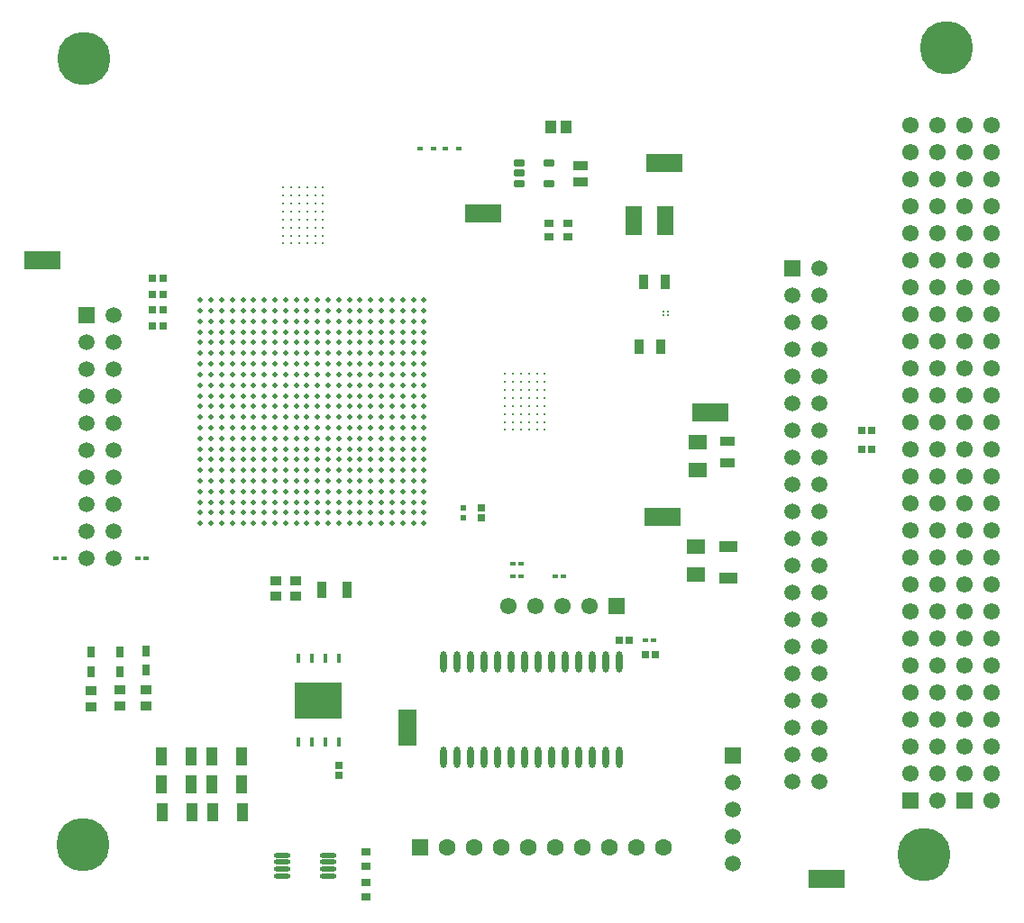
<source format=gbr>
%TF.GenerationSoftware,Altium Limited,Altium Designer,21.5.1 (32)*%
G04 Layer_Color=255*
%FSLAX45Y45*%
%MOMM*%
%TF.SameCoordinates,BAA3C551-5021-4B2B-824C-9EA50FFAFE59*%
%TF.FilePolarity,Positive*%
%TF.FileFunction,Pads,Top*%
%TF.Part,Single*%
G01*
G75*
%TA.AperFunction,SMDPad,CuDef*%
%ADD11R,0.70000X0.65000*%
%ADD12O,0.60000X2.00000*%
%TA.AperFunction,BGAPad,CuDef*%
%ADD13C,0.50000*%
%TA.AperFunction,SMDPad,CuDef*%
%ADD14C,0.23000*%
%ADD15R,0.95000X1.45000*%
%ADD16R,3.43000X1.78000*%
%ADD17R,4.40000X3.50000*%
%ADD18R,0.45000X0.95000*%
%ADD19O,1.60000X0.45000*%
%ADD20R,0.50000X0.45000*%
%ADD21R,1.10000X1.75000*%
%ADD22R,1.10000X0.90000*%
%ADD23R,0.95000X1.55000*%
%ADD24R,0.72000X0.76000*%
%ADD25R,0.95000X0.80000*%
%ADD26R,0.76000X0.72000*%
%ADD27R,1.60000X2.80000*%
%ADD28R,1.78000X3.43000*%
G04:AMPARAMS|DCode=29|XSize=0.6mm|YSize=1mm|CornerRadius=0.051mm|HoleSize=0mm|Usage=FLASHONLY|Rotation=90.000|XOffset=0mm|YOffset=0mm|HoleType=Round|Shape=RoundedRectangle|*
%AMROUNDEDRECTD29*
21,1,0.60000,0.89800,0,0,90.0*
21,1,0.49800,1.00000,0,0,90.0*
1,1,0.10200,0.44900,0.24900*
1,1,0.10200,0.44900,-0.24900*
1,1,0.10200,-0.44900,-0.24900*
1,1,0.10200,-0.44900,0.24900*
%
%ADD29ROUNDEDRECTD29*%
%ADD30R,1.00606X1.30822*%
%ADD31R,1.35000X0.95000*%
%ADD32R,1.75000X1.00000*%
%ADD33R,1.45000X0.95000*%
%ADD34R,1.70000X1.35000*%
%ADD35R,0.48000X0.40000*%
%TA.AperFunction,BGAPad,CuDef*%
%ADD36C,0.33000*%
%ADD37C,0.29000*%
%TA.AperFunction,SMDPad,CuDef*%
%ADD38R,0.50000X0.50000*%
%ADD39R,1.00000X0.85000*%
%ADD40R,0.70000X1.00000*%
%TA.AperFunction,ComponentPad*%
%ADD42C,1.60000*%
%ADD43R,1.60000X1.60000*%
%ADD44R,1.55000X1.55000*%
%ADD45C,1.55000*%
%ADD46C,1.50000*%
%ADD47R,1.50000X1.50000*%
%ADD48R,1.55000X1.55000*%
%ADD49C,5.00000*%
D11*
X8488355Y5345897D02*
D03*
X8393359Y5345897D02*
D03*
D12*
X7372111Y4238346D02*
D03*
X6737111Y4238346D02*
D03*
X6864111Y4238346D02*
D03*
X6991111Y4238346D02*
D03*
X7118111Y4238346D02*
D03*
X7245111Y4238346D02*
D03*
X7499111Y4238346D02*
D03*
X7626111Y4238346D02*
D03*
X7753111Y4238346D02*
D03*
X7880111Y4238346D02*
D03*
X8007111Y4238346D02*
D03*
X8134111Y4238346D02*
D03*
X8261111Y4238346D02*
D03*
X8388111Y4238346D02*
D03*
X6737111Y5138349D02*
D03*
X6864111Y5138349D02*
D03*
X6991111Y5138349D02*
D03*
X7118111Y5138349D02*
D03*
X7245111Y5138349D02*
D03*
X7372111Y5138349D02*
D03*
X7499111Y5138349D02*
D03*
X7626111Y5138349D02*
D03*
X7753111Y5138349D02*
D03*
X7880111Y5138349D02*
D03*
X8007111Y5138349D02*
D03*
X8134111Y5138349D02*
D03*
X8261111Y5138349D02*
D03*
X8388111Y5138349D02*
D03*
D13*
X6556995Y6440602D02*
D03*
X5856996Y8340598D02*
D03*
X6356995Y7740599D02*
D03*
X6356995Y7840599D02*
D03*
X5656997Y7740599D02*
D03*
X5556997Y7740599D02*
D03*
X5456997Y7740599D02*
D03*
X6356995Y7240600D02*
D03*
X5756996Y7440600D02*
D03*
X6356995Y7140600D02*
D03*
X5856996Y6640601D02*
D03*
X5756996Y7640599D02*
D03*
X5756996Y7540600D02*
D03*
X5756996Y7340600D02*
D03*
X5656997Y7240600D02*
D03*
X5556997Y7240600D02*
D03*
X5456997Y7240600D02*
D03*
X5156998Y8340598D02*
D03*
X5356997Y7740599D02*
D03*
X5256997Y7640599D02*
D03*
X5256997Y7540600D02*
D03*
X4656999Y7840599D02*
D03*
X4656999Y7740599D02*
D03*
X5256997Y7440600D02*
D03*
X5356997Y7240600D02*
D03*
X5256997Y7340600D02*
D03*
X5156998Y6640601D02*
D03*
X4656999Y7240600D02*
D03*
X4656999Y7140600D02*
D03*
X6556995Y8340598D02*
D03*
X6456995Y8440598D02*
D03*
X6356995Y8540603D02*
D03*
X5956996Y8040599D02*
D03*
X6056996Y8040599D02*
D03*
X5856996Y7840599D02*
D03*
X6056996Y7840599D02*
D03*
X5856996Y7740599D02*
D03*
X5856996Y7640599D02*
D03*
X4656999Y8540603D02*
D03*
X4556999Y8440598D02*
D03*
X4956998Y8040599D02*
D03*
X4456999Y8340598D02*
D03*
X5656997Y7840599D02*
D03*
X5756996Y7840599D02*
D03*
X5256997Y7840599D02*
D03*
X5356997Y7840599D02*
D03*
X5156998Y7840599D02*
D03*
X5156998Y7740599D02*
D03*
X5156998Y7640599D02*
D03*
X6056996Y6940601D02*
D03*
X5856996Y7340600D02*
D03*
X5856996Y7240600D02*
D03*
X5856996Y7140600D02*
D03*
X5756996Y7140600D02*
D03*
X6556995Y6640601D02*
D03*
X6456995Y6540602D02*
D03*
X6356995Y6440602D02*
D03*
X5256997Y7140600D02*
D03*
X5356997Y7140600D02*
D03*
X5156998Y7240600D02*
D03*
X5156998Y7140600D02*
D03*
X5656997Y7140600D02*
D03*
X5156998Y7340600D02*
D03*
X4956998Y6940601D02*
D03*
X4556999Y6540602D02*
D03*
X4656999Y6440602D02*
D03*
X4456999Y6640601D02*
D03*
X4456999Y6440602D02*
D03*
X4456999Y6540602D02*
D03*
X4456999Y6740601D02*
D03*
X4456999Y6840601D02*
D03*
X4456999Y6940601D02*
D03*
X4456999Y7040601D02*
D03*
X4456999Y7140600D02*
D03*
X4456999Y7240600D02*
D03*
X4456999Y7340600D02*
D03*
X4456999Y7440600D02*
D03*
X4456999Y7540600D02*
D03*
X4456999Y7640599D02*
D03*
X4456999Y7740599D02*
D03*
X4456999Y7840599D02*
D03*
X4456999Y7940599D02*
D03*
X4456999Y8040599D02*
D03*
X4456999Y8140598D02*
D03*
X4456999Y8240598D02*
D03*
X4456999Y8440598D02*
D03*
X4456999Y8540603D02*
D03*
X4556999Y6440602D02*
D03*
X4556999Y6640601D02*
D03*
X4556999Y6740601D02*
D03*
X4556999Y6840601D02*
D03*
X4556999Y6940601D02*
D03*
X4556999Y7040601D02*
D03*
X4556999Y7140600D02*
D03*
X4556999Y7240600D02*
D03*
X4556999Y7340600D02*
D03*
X4556999Y7440600D02*
D03*
X4556999Y7540600D02*
D03*
X4556999Y7640599D02*
D03*
X4556999Y7740599D02*
D03*
X4556999Y7840599D02*
D03*
X4556999Y7940599D02*
D03*
X4556999Y8040599D02*
D03*
X4556999Y8140598D02*
D03*
X4556999Y8240598D02*
D03*
X4556999Y8340598D02*
D03*
X4556999Y8540603D02*
D03*
X4656999Y6540602D02*
D03*
X4656999Y6640601D02*
D03*
X4656999Y6740601D02*
D03*
X4656999Y6840601D02*
D03*
X4656999Y6940601D02*
D03*
X4656999Y7040601D02*
D03*
X4656999Y7340600D02*
D03*
X4656999Y7440600D02*
D03*
X4656999Y7540600D02*
D03*
X4656999Y7640599D02*
D03*
X4656999Y7940599D02*
D03*
X4656999Y8040599D02*
D03*
X4656999Y8140598D02*
D03*
X4656999Y8240598D02*
D03*
X4656999Y8340598D02*
D03*
X4656999Y8440598D02*
D03*
X4756998Y6440602D02*
D03*
X4756998Y6540602D02*
D03*
X4756998Y6640601D02*
D03*
X4756998Y6740601D02*
D03*
X4756998Y6840601D02*
D03*
X4756998Y6940601D02*
D03*
X4756998Y7040601D02*
D03*
X4756998Y7140600D02*
D03*
X4756998Y7240600D02*
D03*
X4756998Y7340600D02*
D03*
X4756998Y7440600D02*
D03*
X4756998Y7540600D02*
D03*
X4756998Y7640599D02*
D03*
X4756998Y7740599D02*
D03*
X4756998Y7840599D02*
D03*
X4756998Y7940599D02*
D03*
X4756998Y8040599D02*
D03*
X4756998Y8140598D02*
D03*
X4756998Y8240598D02*
D03*
X4756998Y8340598D02*
D03*
X4756998Y8440598D02*
D03*
X4756998Y8540603D02*
D03*
X4856998Y6440602D02*
D03*
X4856998Y6540602D02*
D03*
X4856998Y6640601D02*
D03*
X4856998Y6740601D02*
D03*
X4856998Y6840601D02*
D03*
X4856998Y6940601D02*
D03*
X4856998Y7040601D02*
D03*
X4856998Y7140600D02*
D03*
X4856998Y7240600D02*
D03*
X4856998Y7340600D02*
D03*
X4856998Y7440600D02*
D03*
X4856998Y7540600D02*
D03*
X4856998Y7640599D02*
D03*
X4856998Y7740599D02*
D03*
X4856998Y7840599D02*
D03*
X4856998Y7940599D02*
D03*
X4856998Y8040599D02*
D03*
X4856998Y8140598D02*
D03*
X4856998Y8240598D02*
D03*
X4856998Y8340598D02*
D03*
X4856998Y8440598D02*
D03*
X4856998Y8540603D02*
D03*
X4956998Y6440602D02*
D03*
X4956998Y6540602D02*
D03*
X4956998Y6640601D02*
D03*
X4956998Y6740601D02*
D03*
X4956998Y6840601D02*
D03*
X4956998Y7040601D02*
D03*
X4956998Y7140600D02*
D03*
X4956998Y7240600D02*
D03*
X4956998Y7340600D02*
D03*
X4956998Y7440600D02*
D03*
X4956998Y7540600D02*
D03*
X4956998Y7640599D02*
D03*
X4956998Y7740599D02*
D03*
X4956998Y7840599D02*
D03*
X4956998Y7940599D02*
D03*
X4956998Y8140598D02*
D03*
X4956998Y8240598D02*
D03*
X4956998Y8340598D02*
D03*
X4956998Y8440598D02*
D03*
X4956998Y8540603D02*
D03*
X5056998Y6440602D02*
D03*
X5056998Y6540602D02*
D03*
X5056998Y6640601D02*
D03*
X5056998Y6740601D02*
D03*
X5056998Y6840601D02*
D03*
X5056998Y6940601D02*
D03*
X5056998Y7040601D02*
D03*
X5056998Y7140600D02*
D03*
X5056998Y7240600D02*
D03*
X5056998Y7340600D02*
D03*
X5056998Y7440600D02*
D03*
X5056998Y7540600D02*
D03*
X5056998Y7640599D02*
D03*
X5056998Y7740599D02*
D03*
X5056998Y7840599D02*
D03*
X5056998Y7940599D02*
D03*
X5056998Y8040599D02*
D03*
X5056998Y8140598D02*
D03*
X5056998Y8240598D02*
D03*
X5056998Y8340598D02*
D03*
X5056998Y8440598D02*
D03*
X5056998Y8540603D02*
D03*
X5156998Y6440602D02*
D03*
X5156998Y6540602D02*
D03*
X5156998Y6740601D02*
D03*
X5156998Y6840601D02*
D03*
X5156998Y6940601D02*
D03*
X5156998Y7040601D02*
D03*
X5156998Y7440600D02*
D03*
X5156998Y7540600D02*
D03*
X5156998Y7940599D02*
D03*
X5156998Y8040599D02*
D03*
X5156998Y8140598D02*
D03*
X5156998Y8240598D02*
D03*
X5156998Y8440598D02*
D03*
X5156998Y8540603D02*
D03*
X5256997Y6440602D02*
D03*
X5256997Y6540602D02*
D03*
X5256997Y6640601D02*
D03*
X5256997Y6740601D02*
D03*
X5256997Y6840601D02*
D03*
X5256997Y6940601D02*
D03*
X5256997Y7040601D02*
D03*
X5256997Y7240600D02*
D03*
X5256997Y7740599D02*
D03*
X5256997Y7940599D02*
D03*
X5256997Y8040599D02*
D03*
X5256997Y8140598D02*
D03*
X5256997Y8240598D02*
D03*
X5256997Y8340598D02*
D03*
X5256997Y8440598D02*
D03*
X5256997Y8540603D02*
D03*
X5356997Y6440602D02*
D03*
X5356997Y6540602D02*
D03*
X5356997Y6640601D02*
D03*
X5356997Y6740601D02*
D03*
X5356997Y6840601D02*
D03*
X5356997Y6940601D02*
D03*
X5356997Y7040601D02*
D03*
X5356997Y7340600D02*
D03*
X5356997Y7440600D02*
D03*
X5356997Y7540600D02*
D03*
X5356997Y7640599D02*
D03*
X5356997Y7940599D02*
D03*
X5356997Y8040599D02*
D03*
X5356997Y8140598D02*
D03*
X5356997Y8240598D02*
D03*
X5356997Y8340598D02*
D03*
X5356997Y8440598D02*
D03*
X5356997Y8540603D02*
D03*
X5456997Y6440602D02*
D03*
X5456997Y6540602D02*
D03*
X5456997Y6640601D02*
D03*
X5456997Y6740601D02*
D03*
X5456997Y6840601D02*
D03*
X5456997Y6940601D02*
D03*
X5456997Y7040601D02*
D03*
X5456997Y7140600D02*
D03*
X5456997Y7340600D02*
D03*
X5456997Y7440600D02*
D03*
X5456997Y7540600D02*
D03*
X5456997Y7640599D02*
D03*
X5456997Y7840599D02*
D03*
X5456997Y7940599D02*
D03*
X5456997Y8040599D02*
D03*
X5456997Y8140598D02*
D03*
X5456997Y8240598D02*
D03*
X5456997Y8340598D02*
D03*
X5456997Y8440598D02*
D03*
X5456997Y8540603D02*
D03*
X5556997Y6440602D02*
D03*
X5556997Y6540602D02*
D03*
X5556997Y6640601D02*
D03*
X5556997Y6740601D02*
D03*
X5556997Y6840601D02*
D03*
X5556997Y6940601D02*
D03*
X5556997Y7040601D02*
D03*
X5556997Y7140600D02*
D03*
X5556997Y7340600D02*
D03*
X5556997Y7440600D02*
D03*
X5556997Y7540600D02*
D03*
X5556997Y7640599D02*
D03*
X5556997Y7840599D02*
D03*
X5556997Y7940599D02*
D03*
X5556997Y8040599D02*
D03*
X5556997Y8140598D02*
D03*
X5556997Y8240598D02*
D03*
X5556997Y8340598D02*
D03*
X5556997Y8440598D02*
D03*
X5556997Y8540603D02*
D03*
X5656997Y6440602D02*
D03*
X5656997Y6540602D02*
D03*
X5656997Y6640601D02*
D03*
X5656997Y6740601D02*
D03*
X5656997Y6840601D02*
D03*
X5656997Y6940601D02*
D03*
X5656997Y7040601D02*
D03*
X5656997Y7340600D02*
D03*
X5656997Y7440600D02*
D03*
X5656997Y7540600D02*
D03*
X5656997Y7640599D02*
D03*
X5656997Y7940599D02*
D03*
X5656997Y8040599D02*
D03*
X5656997Y8140598D02*
D03*
X5656997Y8240598D02*
D03*
X5656997Y8340598D02*
D03*
X5656997Y8440598D02*
D03*
X5656997Y8540603D02*
D03*
X5756996Y6440602D02*
D03*
X5756996Y6540602D02*
D03*
X5756996Y6640601D02*
D03*
X5756996Y6740601D02*
D03*
X5756996Y6840601D02*
D03*
X5756996Y6940601D02*
D03*
X5756996Y7040601D02*
D03*
X5756996Y7240600D02*
D03*
X5756996Y7740599D02*
D03*
X5756996Y7940599D02*
D03*
X5756996Y8040599D02*
D03*
X5756996Y8140598D02*
D03*
X5756996Y8240598D02*
D03*
X5756996Y8340598D02*
D03*
X5756996Y8440598D02*
D03*
X5756996Y8540603D02*
D03*
X5856996Y6440602D02*
D03*
X5856996Y6540602D02*
D03*
X5856996Y6740601D02*
D03*
X5856996Y6840601D02*
D03*
X5856996Y6940601D02*
D03*
X5856996Y7040601D02*
D03*
X5856996Y7440600D02*
D03*
X5856996Y7540600D02*
D03*
X5856996Y7940599D02*
D03*
X5856996Y8040599D02*
D03*
X5856996Y8140598D02*
D03*
X5856996Y8240598D02*
D03*
X5856996Y8440598D02*
D03*
X5856996Y8540603D02*
D03*
X5956996Y6440602D02*
D03*
X5956996Y6540602D02*
D03*
X5956996Y6640601D02*
D03*
X5956996Y6740601D02*
D03*
X5956996Y6840601D02*
D03*
X5956996Y6940601D02*
D03*
X5956996Y7040601D02*
D03*
X5956996Y7140600D02*
D03*
X5956996Y7240600D02*
D03*
X5956996Y7340600D02*
D03*
X5956996Y7440600D02*
D03*
X5956996Y7540600D02*
D03*
X5956996Y7640599D02*
D03*
X5956996Y7740599D02*
D03*
X5956996Y7840599D02*
D03*
X5956996Y7940599D02*
D03*
X5956996Y8140598D02*
D03*
X5956996Y8240598D02*
D03*
X5956996Y8340598D02*
D03*
X5956996Y8440598D02*
D03*
X5956996Y8540603D02*
D03*
X6056996Y6440602D02*
D03*
X6056996Y6540602D02*
D03*
X6056996Y6640601D02*
D03*
X6056996Y6740601D02*
D03*
X6056996Y6840601D02*
D03*
X6056996Y7040601D02*
D03*
X6056996Y7140600D02*
D03*
X6056996Y7240600D02*
D03*
X6056996Y7340600D02*
D03*
X6056996Y7440600D02*
D03*
X6056996Y7540600D02*
D03*
X6056996Y7640599D02*
D03*
X6056996Y7740599D02*
D03*
X6056996Y7940599D02*
D03*
X6056996Y8140598D02*
D03*
X6056996Y8240598D02*
D03*
X6056996Y8340598D02*
D03*
X6056996Y8440598D02*
D03*
X6056996Y8540603D02*
D03*
X6156996Y6440602D02*
D03*
X6156996Y6540602D02*
D03*
X6156996Y6640601D02*
D03*
X6156996Y6740601D02*
D03*
X6156996Y6840601D02*
D03*
X6156996Y6940601D02*
D03*
X6156996Y7040601D02*
D03*
X6156996Y7140600D02*
D03*
X6156996Y7240600D02*
D03*
X6156996Y7340600D02*
D03*
X6156996Y7440600D02*
D03*
X6156996Y7540600D02*
D03*
X6156996Y7640599D02*
D03*
X6156996Y7740599D02*
D03*
X6156996Y7840599D02*
D03*
X6156996Y7940599D02*
D03*
X6156996Y8040599D02*
D03*
X6156996Y8140598D02*
D03*
X6156996Y8240598D02*
D03*
X6156996Y8340598D02*
D03*
X6156996Y8440598D02*
D03*
X6156996Y8540603D02*
D03*
X6256995Y6440602D02*
D03*
X6256995Y6540602D02*
D03*
X6256995Y6640601D02*
D03*
X6256995Y6740601D02*
D03*
X6256995Y6840601D02*
D03*
X6256995Y6940601D02*
D03*
X6256995Y7040601D02*
D03*
X6256995Y7140600D02*
D03*
X6256995Y7240600D02*
D03*
X6256995Y7340600D02*
D03*
X6256995Y7440600D02*
D03*
X6256995Y7540600D02*
D03*
X6256995Y7640599D02*
D03*
X6256995Y7740599D02*
D03*
X6256995Y7840599D02*
D03*
X6256995Y7940599D02*
D03*
X6256995Y8040599D02*
D03*
X6256995Y8140598D02*
D03*
X6256995Y8240598D02*
D03*
X6256995Y8340598D02*
D03*
X6256995Y8440598D02*
D03*
X6256995Y8540603D02*
D03*
X6356995Y6540602D02*
D03*
X6356995Y6640601D02*
D03*
X6356995Y6740601D02*
D03*
X6356995Y6840601D02*
D03*
X6356995Y6940601D02*
D03*
X6356995Y7040601D02*
D03*
X6356995Y7340600D02*
D03*
X6356995Y7440600D02*
D03*
X6356995Y7540600D02*
D03*
X6356995Y7640599D02*
D03*
X6356995Y7940599D02*
D03*
X6356995Y8040599D02*
D03*
X6356995Y8140598D02*
D03*
X6356995Y8240598D02*
D03*
X6356995Y8340598D02*
D03*
X6356995Y8440598D02*
D03*
X6456995Y6440602D02*
D03*
X6456995Y6640601D02*
D03*
X6456995Y6740601D02*
D03*
X6456995Y6840601D02*
D03*
X6456995Y6940601D02*
D03*
X6456995Y7040601D02*
D03*
X6456995Y7140600D02*
D03*
X6456995Y7240600D02*
D03*
X6456995Y7340600D02*
D03*
X6456995Y7440600D02*
D03*
X6456995Y7540600D02*
D03*
X6456995Y7640599D02*
D03*
X6456995Y7740599D02*
D03*
X6456995Y7840599D02*
D03*
X6456995Y7940599D02*
D03*
X6456995Y8040599D02*
D03*
X6456995Y8140598D02*
D03*
X6456995Y8240598D02*
D03*
X6456995Y8340598D02*
D03*
X6456995Y8540603D02*
D03*
X6556995Y6540602D02*
D03*
X6556995Y6740601D02*
D03*
X6556995Y6840601D02*
D03*
X6556995Y6940601D02*
D03*
X6556995Y7040601D02*
D03*
X6556995Y7140600D02*
D03*
X6556995Y7240600D02*
D03*
X6556995Y7340600D02*
D03*
X6556995Y7440600D02*
D03*
X6556995Y7540600D02*
D03*
X6556995Y7640599D02*
D03*
X6556995Y7740599D02*
D03*
X6556995Y7840599D02*
D03*
X6556995Y7940599D02*
D03*
X6556995Y8040599D02*
D03*
X6556995Y8140598D02*
D03*
X6556995Y8240598D02*
D03*
X6556995Y8440598D02*
D03*
X6556995Y8540603D02*
D03*
D14*
X8809469Y8394958D02*
D03*
X8809469Y8434958D02*
D03*
X8849469Y8394958D02*
D03*
X8849469Y8434958D02*
D03*
D15*
X8577605Y8102033D02*
D03*
X8777606Y8102033D02*
D03*
X8621064Y8709245D02*
D03*
X8821064Y8709245D02*
D03*
D16*
X2975492Y8915489D02*
D03*
X10334747Y3102031D02*
D03*
X8811603Y9833049D02*
D03*
X7112290Y9352386D02*
D03*
X9249999Y7487498D02*
D03*
X8802011Y6505486D02*
D03*
D17*
X5565750Y4779061D02*
D03*
D18*
X5629250Y4389064D02*
D03*
X5502250Y4389064D02*
D03*
X5375250Y4389064D02*
D03*
X5375250Y5169063D02*
D03*
X5502250Y5169063D02*
D03*
X5629250Y5169063D02*
D03*
X5756250Y5169063D02*
D03*
X5756250Y4389064D02*
D03*
D19*
X5656067Y3127980D02*
D03*
X5656067Y3192978D02*
D03*
X5656067Y3257982D02*
D03*
X5656067Y3322980D02*
D03*
X5226066Y3127980D02*
D03*
X5226066Y3192978D02*
D03*
X5226066Y3322980D02*
D03*
X5226066Y3257982D02*
D03*
D20*
X3175193Y6108700D02*
D03*
X3100192Y6108700D02*
D03*
X7465898Y5941268D02*
D03*
X7390897Y5941268D02*
D03*
X7788692Y5941268D02*
D03*
X7863693Y5941268D02*
D03*
X8711281Y5345897D02*
D03*
X8636279Y5345897D02*
D03*
X7390897Y6059907D02*
D03*
X7465898Y6059907D02*
D03*
X3944386Y6108700D02*
D03*
X3869385Y6108700D02*
D03*
D21*
X4089095Y4248739D02*
D03*
X4369095Y4248739D02*
D03*
X4096878Y3727887D02*
D03*
X4376877Y3727887D02*
D03*
X4849139Y3727887D02*
D03*
X4569140Y3727887D02*
D03*
X4841357Y3988313D02*
D03*
X4561357Y3988313D02*
D03*
X4841357Y4248739D02*
D03*
X4561357Y4248739D02*
D03*
X4369095Y3988313D02*
D03*
X4089095Y3988313D02*
D03*
D22*
X5347802Y5899302D02*
D03*
X5347802Y5759298D02*
D03*
X5167798Y5759298D02*
D03*
X5167798Y5899302D02*
D03*
D23*
X5835000Y5817499D02*
D03*
X5599999Y5817499D02*
D03*
D24*
X5756250Y4070345D02*
D03*
X5756250Y4166342D02*
D03*
X7093443Y6586774D02*
D03*
X7093443Y6490772D02*
D03*
D25*
X6014870Y3351028D02*
D03*
X6014870Y3221031D02*
D03*
X7909031Y9263381D02*
D03*
X7909031Y9133383D02*
D03*
X7728091Y9133388D02*
D03*
X7728091Y9263386D02*
D03*
X6014873Y3060598D02*
D03*
X6014873Y2930601D02*
D03*
D26*
X8638281Y5208351D02*
D03*
X8734283Y5208351D02*
D03*
X4008907Y8596996D02*
D03*
X4008897Y8747420D02*
D03*
X4008902Y8446572D02*
D03*
X4008897Y8296143D02*
D03*
X10761208Y7313900D02*
D03*
X10761208Y7137400D02*
D03*
X10665206Y7313900D02*
D03*
X10665206Y7137400D02*
D03*
X4104899Y8747420D02*
D03*
X4104909Y8596996D02*
D03*
X4104899Y8296143D02*
D03*
X4104904Y8446572D02*
D03*
D27*
X8820261Y9289867D02*
D03*
X8525265Y9289867D02*
D03*
D28*
X6400787Y4520676D02*
D03*
D29*
X7728091Y9639088D02*
D03*
X7453091Y9829090D02*
D03*
X7453091Y9734089D02*
D03*
X7453091Y9639088D02*
D03*
X7728091Y9829090D02*
D03*
D30*
X7894015Y10165650D02*
D03*
X7748799Y10165650D02*
D03*
D31*
X8023984Y9652313D02*
D03*
X8023984Y9802315D02*
D03*
D32*
X9414995Y6223891D02*
D03*
X9414995Y5923887D02*
D03*
D33*
X9407500Y7012498D02*
D03*
X9407500Y7212498D02*
D03*
D34*
X9112498Y5961080D02*
D03*
X9112498Y6221084D02*
D03*
X9127500Y7203100D02*
D03*
X9127500Y6943095D02*
D03*
D35*
X6518732Y9968062D02*
D03*
X6754724Y9968062D02*
D03*
X6886722Y9968062D02*
D03*
X6650731Y9968062D02*
D03*
D36*
X7692598Y7620000D02*
D03*
X7317598Y7544999D02*
D03*
X7692598Y7320001D02*
D03*
X7617602Y7320001D02*
D03*
X7542601Y7320001D02*
D03*
X7467600Y7320001D02*
D03*
X7392599Y7320001D02*
D03*
X7317598Y7320001D02*
D03*
X7692598Y7395002D02*
D03*
X7617602Y7395002D02*
D03*
X7542601Y7395002D02*
D03*
X7467600Y7395002D02*
D03*
X7392599Y7395002D02*
D03*
X7317598Y7395002D02*
D03*
X7692598Y7469998D02*
D03*
X7617602Y7469998D02*
D03*
X7542601Y7469998D02*
D03*
X7467600Y7469998D02*
D03*
X7392599Y7469998D02*
D03*
X7317598Y7469998D02*
D03*
X7692598Y7544999D02*
D03*
X7617602Y7544999D02*
D03*
X7542601Y7544999D02*
D03*
X7467600Y7544999D02*
D03*
X7392599Y7544999D02*
D03*
X7617602Y7620000D02*
D03*
X7542601Y7620000D02*
D03*
X7467600Y7620000D02*
D03*
X7392599Y7620000D02*
D03*
X7317598Y7620000D02*
D03*
X7692598Y7695001D02*
D03*
X7617602Y7695001D02*
D03*
X7542601Y7695001D02*
D03*
X7467600Y7695001D02*
D03*
X7392599Y7695001D02*
D03*
X7317598Y7695001D02*
D03*
X7692598Y7770002D02*
D03*
X7617602Y7770002D02*
D03*
X7542601Y7770002D02*
D03*
X7467600Y7770002D02*
D03*
X7392599Y7770002D02*
D03*
X7317598Y7770002D02*
D03*
X7692598Y7844998D02*
D03*
X7617602Y7844998D02*
D03*
X7542601Y7844998D02*
D03*
X7467600Y7844998D02*
D03*
X7392599Y7844998D02*
D03*
X7317598Y7844998D02*
D03*
D37*
X5609798Y9372600D02*
D03*
X5234798Y9297599D02*
D03*
X5609798Y9072601D02*
D03*
X5534802Y9072601D02*
D03*
X5459801Y9072601D02*
D03*
X5384800Y9072601D02*
D03*
X5309799Y9072601D02*
D03*
X5234798Y9072601D02*
D03*
X5609798Y9147602D02*
D03*
X5534802Y9147602D02*
D03*
X5459801Y9147602D02*
D03*
X5384800Y9147602D02*
D03*
X5309799Y9147602D02*
D03*
X5234798Y9147602D02*
D03*
X5609798Y9222598D02*
D03*
X5534802Y9222598D02*
D03*
X5459801Y9222598D02*
D03*
X5384800Y9222598D02*
D03*
X5309799Y9222598D02*
D03*
X5234798Y9222598D02*
D03*
X5609798Y9297599D02*
D03*
X5534802Y9297599D02*
D03*
X5459801Y9297599D02*
D03*
X5384800Y9297599D02*
D03*
X5309799Y9297599D02*
D03*
X5534802Y9372600D02*
D03*
X5459801Y9372600D02*
D03*
X5384800Y9372600D02*
D03*
X5309799Y9372600D02*
D03*
X5234798Y9372600D02*
D03*
X5609798Y9447601D02*
D03*
X5534802Y9447601D02*
D03*
X5459801Y9447601D02*
D03*
X5384800Y9447601D02*
D03*
X5309799Y9447601D02*
D03*
X5234798Y9447601D02*
D03*
X5609798Y9522602D02*
D03*
X5534802Y9522602D02*
D03*
X5459801Y9522602D02*
D03*
X5384800Y9522602D02*
D03*
X5309799Y9522602D02*
D03*
X5234798Y9522602D02*
D03*
X5609798Y9597598D02*
D03*
X5534802Y9597598D02*
D03*
X5459801Y9597598D02*
D03*
X5384800Y9597598D02*
D03*
X5309799Y9597598D02*
D03*
X5234798Y9597598D02*
D03*
D38*
X6927555Y6590599D02*
D03*
X6927555Y6490599D02*
D03*
D39*
X3700916Y4725412D02*
D03*
X3700916Y4875415D02*
D03*
X3946046Y4724808D02*
D03*
X3946046Y4874810D02*
D03*
X3431280Y4716683D02*
D03*
X3431280Y4866685D02*
D03*
D40*
X3431279Y5048364D02*
D03*
X3431279Y5228369D02*
D03*
X3946045Y5061186D02*
D03*
X3946045Y5241191D02*
D03*
X3700914Y5048334D02*
D03*
X3700914Y5228339D02*
D03*
D42*
X8302371Y3395889D02*
D03*
X8048371Y3395889D02*
D03*
X7540371Y3395889D02*
D03*
X7032371Y3395889D02*
D03*
X6778371Y3395889D02*
D03*
X7286371Y3395889D02*
D03*
X7794371Y3395889D02*
D03*
X8556371Y3395889D02*
D03*
X8810371Y3395889D02*
D03*
D43*
X6524371Y3395889D02*
D03*
D44*
X11633200Y3835400D02*
D03*
X11125200Y3835400D02*
D03*
D45*
X11633200Y4089400D02*
D03*
X11633200Y4343400D02*
D03*
X11633200Y4597400D02*
D03*
X11633200Y4851400D02*
D03*
X11633200Y5105400D02*
D03*
X11633200Y5359400D02*
D03*
X11633200Y5613400D02*
D03*
X11633200Y5867400D02*
D03*
X11633200Y6121400D02*
D03*
X11633200Y6375400D02*
D03*
X11633200Y6629400D02*
D03*
X11633200Y6883400D02*
D03*
X11633200Y7137400D02*
D03*
X11633200Y7391400D02*
D03*
X11633200Y7645400D02*
D03*
X11633200Y7899400D02*
D03*
X11633200Y8153400D02*
D03*
X11633200Y8407400D02*
D03*
X11633200Y8661400D02*
D03*
X11633200Y8915400D02*
D03*
X11633200Y9169400D02*
D03*
X11633200Y9423400D02*
D03*
X11633200Y9677400D02*
D03*
X11633200Y9931400D02*
D03*
X11633200Y10185400D02*
D03*
X11887200Y3835400D02*
D03*
X11887200Y4089400D02*
D03*
X11887200Y4343400D02*
D03*
X11887200Y4597400D02*
D03*
X11887200Y4851400D02*
D03*
X11887200Y5105400D02*
D03*
X11887200Y5359400D02*
D03*
X11887200Y5613400D02*
D03*
X11887200Y5867400D02*
D03*
X11887200Y6121400D02*
D03*
X11887200Y6375400D02*
D03*
X11887200Y6629400D02*
D03*
X11887200Y6883400D02*
D03*
X11887200Y7137400D02*
D03*
X11887200Y7391400D02*
D03*
X11887200Y7645400D02*
D03*
X11887200Y7899400D02*
D03*
X11887200Y8153400D02*
D03*
X11887200Y8407400D02*
D03*
X11887200Y8661400D02*
D03*
X11887200Y8915400D02*
D03*
X11887200Y9169400D02*
D03*
X11887200Y9423400D02*
D03*
X11887200Y9677400D02*
D03*
X11887200Y9931400D02*
D03*
X11887200Y10185400D02*
D03*
X11379200Y10185400D02*
D03*
X11379200Y9931400D02*
D03*
X11379200Y9677400D02*
D03*
X11379200Y9423400D02*
D03*
X11379200Y9169400D02*
D03*
X11379200Y8915400D02*
D03*
X11379200Y8661400D02*
D03*
X11379200Y8407400D02*
D03*
X11379200Y8153400D02*
D03*
X11379200Y7899400D02*
D03*
X11379200Y7645400D02*
D03*
X11379200Y7391400D02*
D03*
X11379200Y6883400D02*
D03*
X11379200Y6629400D02*
D03*
X11379200Y6375400D02*
D03*
X11379200Y6121400D02*
D03*
X11379200Y5867400D02*
D03*
X11379200Y5613400D02*
D03*
X11379200Y5359400D02*
D03*
X11379200Y5105400D02*
D03*
X11379200Y4851400D02*
D03*
X11379200Y4597400D02*
D03*
X11379200Y4343400D02*
D03*
X11379200Y4089400D02*
D03*
X11379200Y3835400D02*
D03*
X11125200Y10185400D02*
D03*
X11125200Y9931400D02*
D03*
X11125200Y9677400D02*
D03*
X11125200Y9423400D02*
D03*
X11125200Y9169400D02*
D03*
X11125200Y8915400D02*
D03*
X11125200Y8661400D02*
D03*
X11125200Y8407400D02*
D03*
X11125200Y8153400D02*
D03*
X11125200Y7899400D02*
D03*
X11125200Y7645400D02*
D03*
X11125200Y7391400D02*
D03*
X11125200Y6883400D02*
D03*
X11125200Y6629400D02*
D03*
X11125200Y6375400D02*
D03*
X11125200Y6121400D02*
D03*
X11125200Y5867400D02*
D03*
X11125200Y5613400D02*
D03*
X11125200Y5359400D02*
D03*
X11125200Y5105400D02*
D03*
X11125200Y4851400D02*
D03*
X11125200Y4597400D02*
D03*
X11125200Y4343400D02*
D03*
X11125200Y4089400D02*
D03*
X11379200Y7137400D02*
D03*
X11125200Y7137400D02*
D03*
X7350902Y5666110D02*
D03*
X7604902Y5666110D02*
D03*
X7858902Y5666110D02*
D03*
X8112902Y5666110D02*
D03*
D46*
X9459628Y4007665D02*
D03*
X9459628Y3245665D02*
D03*
X9459628Y3499665D02*
D03*
X9459628Y3753665D02*
D03*
X10274300Y4013200D02*
D03*
X10020300Y4013200D02*
D03*
X10274300Y4267200D02*
D03*
X10020300Y4267200D02*
D03*
X10274300Y4521200D02*
D03*
X10020300Y4521200D02*
D03*
X10274300Y4775200D02*
D03*
X10020300Y4775200D02*
D03*
X10274300Y5029200D02*
D03*
X10020300Y5029200D02*
D03*
X10274300Y5283200D02*
D03*
X10020300Y5283200D02*
D03*
X10274300Y5537200D02*
D03*
X10020300Y5537200D02*
D03*
X10274300Y5791200D02*
D03*
X10020300Y5791200D02*
D03*
X10274300Y6045200D02*
D03*
X10020300Y6045200D02*
D03*
X10274300Y6299200D02*
D03*
X10020300Y6299200D02*
D03*
X10274300Y6553200D02*
D03*
X10020300Y6553200D02*
D03*
X10274300Y6807200D02*
D03*
X10020300Y6807200D02*
D03*
X10274300Y7061200D02*
D03*
X10020300Y7061200D02*
D03*
X10274300Y7315200D02*
D03*
X10020300Y7315200D02*
D03*
X10274300Y7569200D02*
D03*
X10020300Y7569200D02*
D03*
X10274300Y7823200D02*
D03*
X10020300Y7823200D02*
D03*
X10274300Y8077200D02*
D03*
X10020300Y8077200D02*
D03*
X10274300Y8331200D02*
D03*
X10020300Y8331200D02*
D03*
X10274300Y8585200D02*
D03*
X10020300Y8585200D02*
D03*
X10274300Y8839200D02*
D03*
X3644900Y8394700D02*
D03*
X3390900Y8140700D02*
D03*
X3644900Y8140700D02*
D03*
X3390900Y7886700D02*
D03*
X3644900Y7886700D02*
D03*
X3390900Y7632700D02*
D03*
X3644900Y7632700D02*
D03*
X3390900Y7378700D02*
D03*
X3644900Y7378700D02*
D03*
X3390900Y7124700D02*
D03*
X3644900Y7124700D02*
D03*
X3390900Y6870700D02*
D03*
X3644900Y6870700D02*
D03*
X3390900Y6616700D02*
D03*
X3644900Y6616700D02*
D03*
X3390900Y6362700D02*
D03*
X3644900Y6362700D02*
D03*
X3390900Y6108700D02*
D03*
X3644900Y6108700D02*
D03*
D47*
X9459628Y4261665D02*
D03*
X10020300Y8839200D02*
D03*
X3390900Y8394700D02*
D03*
D48*
X8366902Y5666110D02*
D03*
D49*
X3365500Y10807700D02*
D03*
X11468100Y10909300D02*
D03*
X11252200Y3327400D02*
D03*
X3352800Y3416300D02*
D03*
%TF.MD5,1107c2c86ff700a4799e43d7eb26bd00*%
M02*

</source>
